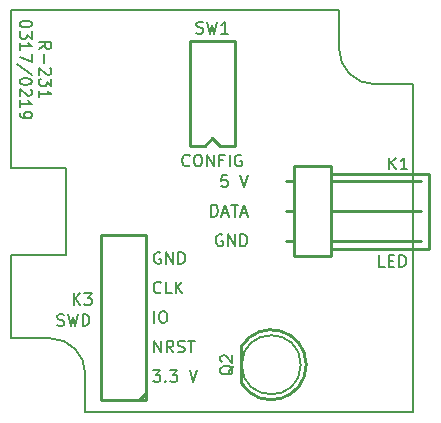
<source format=gto>
G04 #@! TF.GenerationSoftware,KiCad,Pcbnew,5.0.1*
G04 #@! TF.CreationDate,2019-01-10T18:43:16+01:00*
G04 #@! TF.ProjectId,arachnorepel,61726163686E6F726570656C2E6B6963,rev?*
G04 #@! TF.SameCoordinates,Original*
G04 #@! TF.FileFunction,Legend,Top*
G04 #@! TF.FilePolarity,Positive*
%FSLAX46Y46*%
G04 Gerber Fmt 4.6, Leading zero omitted, Abs format (unit mm)*
G04 Created by KiCad (PCBNEW 5.0.1) date Do 10 Jan 2019 18:43:16 CET*
%MOMM*%
%LPD*%
G01*
G04 APERTURE LIST*
%ADD10C,0.160000*%
%ADD11C,0.150000*%
%ADD12C,0.250000*%
G04 #@! TA.AperFunction,NonConductor*
%ADD13C,0.150000*%
G04 #@! TD*
%ADD14C,0.200660*%
G04 APERTURE END LIST*
D10*
X85377619Y-86261904D02*
X85853809Y-85928571D01*
X85377619Y-85690476D02*
X86377619Y-85690476D01*
X86377619Y-86071428D01*
X86330000Y-86166666D01*
X86282380Y-86214285D01*
X86187142Y-86261904D01*
X86044285Y-86261904D01*
X85949047Y-86214285D01*
X85901428Y-86166666D01*
X85853809Y-86071428D01*
X85853809Y-85690476D01*
X85758571Y-86690476D02*
X85758571Y-87452380D01*
X86282380Y-87880952D02*
X86330000Y-87928571D01*
X86377619Y-88023809D01*
X86377619Y-88261904D01*
X86330000Y-88357142D01*
X86282380Y-88404761D01*
X86187142Y-88452380D01*
X86091904Y-88452380D01*
X85949047Y-88404761D01*
X85377619Y-87833333D01*
X85377619Y-88452380D01*
X86377619Y-88785714D02*
X86377619Y-89404761D01*
X85996666Y-89071428D01*
X85996666Y-89214285D01*
X85949047Y-89309523D01*
X85901428Y-89357142D01*
X85806190Y-89404761D01*
X85568095Y-89404761D01*
X85472857Y-89357142D01*
X85425238Y-89309523D01*
X85377619Y-89214285D01*
X85377619Y-88928571D01*
X85425238Y-88833333D01*
X85472857Y-88785714D01*
X85377619Y-90357142D02*
X85377619Y-89785714D01*
X85377619Y-90071428D02*
X86377619Y-90071428D01*
X86234761Y-89976190D01*
X86139523Y-89880952D01*
X86091904Y-89785714D01*
X84717619Y-84095238D02*
X84717619Y-84190476D01*
X84670000Y-84285714D01*
X84622380Y-84333333D01*
X84527142Y-84380952D01*
X84336666Y-84428571D01*
X84098571Y-84428571D01*
X83908095Y-84380952D01*
X83812857Y-84333333D01*
X83765238Y-84285714D01*
X83717619Y-84190476D01*
X83717619Y-84095238D01*
X83765238Y-84000000D01*
X83812857Y-83952380D01*
X83908095Y-83904761D01*
X84098571Y-83857142D01*
X84336666Y-83857142D01*
X84527142Y-83904761D01*
X84622380Y-83952380D01*
X84670000Y-84000000D01*
X84717619Y-84095238D01*
X84717619Y-84761904D02*
X84717619Y-85380952D01*
X84336666Y-85047619D01*
X84336666Y-85190476D01*
X84289047Y-85285714D01*
X84241428Y-85333333D01*
X84146190Y-85380952D01*
X83908095Y-85380952D01*
X83812857Y-85333333D01*
X83765238Y-85285714D01*
X83717619Y-85190476D01*
X83717619Y-84904761D01*
X83765238Y-84809523D01*
X83812857Y-84761904D01*
X83717619Y-86333333D02*
X83717619Y-85761904D01*
X83717619Y-86047619D02*
X84717619Y-86047619D01*
X84574761Y-85952380D01*
X84479523Y-85857142D01*
X84431904Y-85761904D01*
X84717619Y-86666666D02*
X84717619Y-87333333D01*
X83717619Y-86904761D01*
X84765238Y-88428571D02*
X83479523Y-87571428D01*
X84717619Y-88952380D02*
X84717619Y-89047619D01*
X84670000Y-89142857D01*
X84622380Y-89190476D01*
X84527142Y-89238095D01*
X84336666Y-89285714D01*
X84098571Y-89285714D01*
X83908095Y-89238095D01*
X83812857Y-89190476D01*
X83765238Y-89142857D01*
X83717619Y-89047619D01*
X83717619Y-88952380D01*
X83765238Y-88857142D01*
X83812857Y-88809523D01*
X83908095Y-88761904D01*
X84098571Y-88714285D01*
X84336666Y-88714285D01*
X84527142Y-88761904D01*
X84622380Y-88809523D01*
X84670000Y-88857142D01*
X84717619Y-88952380D01*
X84622380Y-89666666D02*
X84670000Y-89714285D01*
X84717619Y-89809523D01*
X84717619Y-90047619D01*
X84670000Y-90142857D01*
X84622380Y-90190476D01*
X84527142Y-90238095D01*
X84431904Y-90238095D01*
X84289047Y-90190476D01*
X83717619Y-89619047D01*
X83717619Y-90238095D01*
X83717619Y-91190476D02*
X83717619Y-90619047D01*
X83717619Y-90904761D02*
X84717619Y-90904761D01*
X84574761Y-90809523D01*
X84479523Y-90714285D01*
X84431904Y-90619047D01*
X83717619Y-91666666D02*
X83717619Y-91857142D01*
X83765238Y-91952380D01*
X83812857Y-92000000D01*
X83955714Y-92095238D01*
X84146190Y-92142857D01*
X84527142Y-92142857D01*
X84622380Y-92095238D01*
X84670000Y-92047619D01*
X84717619Y-91952380D01*
X84717619Y-91761904D01*
X84670000Y-91666666D01*
X84622380Y-91619047D01*
X84527142Y-91571428D01*
X84289047Y-91571428D01*
X84193809Y-91619047D01*
X84146190Y-91666666D01*
X84098571Y-91761904D01*
X84098571Y-91952380D01*
X84146190Y-92047619D01*
X84193809Y-92095238D01*
X84289047Y-92142857D01*
D11*
X100866785Y-102000000D02*
X100771547Y-101952380D01*
X100628690Y-101952380D01*
X100485833Y-102000000D01*
X100390595Y-102095238D01*
X100342976Y-102190476D01*
X100295357Y-102380952D01*
X100295357Y-102523809D01*
X100342976Y-102714285D01*
X100390595Y-102809523D01*
X100485833Y-102904761D01*
X100628690Y-102952380D01*
X100723928Y-102952380D01*
X100866785Y-102904761D01*
X100914404Y-102857142D01*
X100914404Y-102523809D01*
X100723928Y-102523809D01*
X101342976Y-102952380D02*
X101342976Y-101952380D01*
X101914404Y-102952380D01*
X101914404Y-101952380D01*
X102390595Y-102952380D02*
X102390595Y-101952380D01*
X102628690Y-101952380D01*
X102771547Y-102000000D01*
X102866785Y-102095238D01*
X102914404Y-102190476D01*
X102962023Y-102380952D01*
X102962023Y-102523809D01*
X102914404Y-102714285D01*
X102866785Y-102809523D01*
X102771547Y-102904761D01*
X102628690Y-102952380D01*
X102390595Y-102952380D01*
X99914404Y-100452380D02*
X99914404Y-99452380D01*
X100152500Y-99452380D01*
X100295357Y-99500000D01*
X100390595Y-99595238D01*
X100438214Y-99690476D01*
X100485833Y-99880952D01*
X100485833Y-100023809D01*
X100438214Y-100214285D01*
X100390595Y-100309523D01*
X100295357Y-100404761D01*
X100152500Y-100452380D01*
X99914404Y-100452380D01*
X100866785Y-100166666D02*
X101342976Y-100166666D01*
X100771547Y-100452380D02*
X101104880Y-99452380D01*
X101438214Y-100452380D01*
X101628690Y-99452380D02*
X102200119Y-99452380D01*
X101914404Y-100452380D02*
X101914404Y-99452380D01*
X102485833Y-100166666D02*
X102962023Y-100166666D01*
X102390595Y-100452380D02*
X102723928Y-99452380D01*
X103057261Y-100452380D01*
X101295357Y-96952380D02*
X100819166Y-96952380D01*
X100771547Y-97428571D01*
X100819166Y-97380952D01*
X100914404Y-97333333D01*
X101152500Y-97333333D01*
X101247738Y-97380952D01*
X101295357Y-97428571D01*
X101342976Y-97523809D01*
X101342976Y-97761904D01*
X101295357Y-97857142D01*
X101247738Y-97904761D01*
X101152500Y-97952380D01*
X100914404Y-97952380D01*
X100819166Y-97904761D01*
X100771547Y-97857142D01*
X102390595Y-96952380D02*
X102723928Y-97952380D01*
X103057261Y-96952380D01*
X94990357Y-113452380D02*
X95609404Y-113452380D01*
X95276071Y-113833333D01*
X95418928Y-113833333D01*
X95514166Y-113880952D01*
X95561785Y-113928571D01*
X95609404Y-114023809D01*
X95609404Y-114261904D01*
X95561785Y-114357142D01*
X95514166Y-114404761D01*
X95418928Y-114452380D01*
X95133214Y-114452380D01*
X95037976Y-114404761D01*
X94990357Y-114357142D01*
X96037976Y-114357142D02*
X96085595Y-114404761D01*
X96037976Y-114452380D01*
X95990357Y-114404761D01*
X96037976Y-114357142D01*
X96037976Y-114452380D01*
X96418928Y-113452380D02*
X97037976Y-113452380D01*
X96704642Y-113833333D01*
X96847500Y-113833333D01*
X96942738Y-113880952D01*
X96990357Y-113928571D01*
X97037976Y-114023809D01*
X97037976Y-114261904D01*
X96990357Y-114357142D01*
X96942738Y-114404761D01*
X96847500Y-114452380D01*
X96561785Y-114452380D01*
X96466547Y-114404761D01*
X96418928Y-114357142D01*
X98085595Y-113452380D02*
X98418928Y-114452380D01*
X98752261Y-113452380D01*
X95085595Y-111952380D02*
X95085595Y-110952380D01*
X95657023Y-111952380D01*
X95657023Y-110952380D01*
X96704642Y-111952380D02*
X96371309Y-111476190D01*
X96133214Y-111952380D02*
X96133214Y-110952380D01*
X96514166Y-110952380D01*
X96609404Y-111000000D01*
X96657023Y-111047619D01*
X96704642Y-111142857D01*
X96704642Y-111285714D01*
X96657023Y-111380952D01*
X96609404Y-111428571D01*
X96514166Y-111476190D01*
X96133214Y-111476190D01*
X97085595Y-111904761D02*
X97228452Y-111952380D01*
X97466547Y-111952380D01*
X97561785Y-111904761D01*
X97609404Y-111857142D01*
X97657023Y-111761904D01*
X97657023Y-111666666D01*
X97609404Y-111571428D01*
X97561785Y-111523809D01*
X97466547Y-111476190D01*
X97276071Y-111428571D01*
X97180833Y-111380952D01*
X97133214Y-111333333D01*
X97085595Y-111238095D01*
X97085595Y-111142857D01*
X97133214Y-111047619D01*
X97180833Y-111000000D01*
X97276071Y-110952380D01*
X97514166Y-110952380D01*
X97657023Y-111000000D01*
X97942738Y-110952380D02*
X98514166Y-110952380D01*
X98228452Y-111952380D02*
X98228452Y-110952380D01*
X95085595Y-109452380D02*
X95085595Y-108452380D01*
X95752261Y-108452380D02*
X95942738Y-108452380D01*
X96037976Y-108500000D01*
X96133214Y-108595238D01*
X96180833Y-108785714D01*
X96180833Y-109119047D01*
X96133214Y-109309523D01*
X96037976Y-109404761D01*
X95942738Y-109452380D01*
X95752261Y-109452380D01*
X95657023Y-109404761D01*
X95561785Y-109309523D01*
X95514166Y-109119047D01*
X95514166Y-108785714D01*
X95561785Y-108595238D01*
X95657023Y-108500000D01*
X95752261Y-108452380D01*
X95657023Y-106857142D02*
X95609404Y-106904761D01*
X95466547Y-106952380D01*
X95371309Y-106952380D01*
X95228452Y-106904761D01*
X95133214Y-106809523D01*
X95085595Y-106714285D01*
X95037976Y-106523809D01*
X95037976Y-106380952D01*
X95085595Y-106190476D01*
X95133214Y-106095238D01*
X95228452Y-106000000D01*
X95371309Y-105952380D01*
X95466547Y-105952380D01*
X95609404Y-106000000D01*
X95657023Y-106047619D01*
X96561785Y-106952380D02*
X96085595Y-106952380D01*
X96085595Y-105952380D01*
X96895119Y-106952380D02*
X96895119Y-105952380D01*
X97466547Y-106952380D02*
X97037976Y-106380952D01*
X97466547Y-105952380D02*
X96895119Y-106523809D01*
X95609404Y-103500000D02*
X95514166Y-103452380D01*
X95371309Y-103452380D01*
X95228452Y-103500000D01*
X95133214Y-103595238D01*
X95085595Y-103690476D01*
X95037976Y-103880952D01*
X95037976Y-104023809D01*
X95085595Y-104214285D01*
X95133214Y-104309523D01*
X95228452Y-104404761D01*
X95371309Y-104452380D01*
X95466547Y-104452380D01*
X95609404Y-104404761D01*
X95657023Y-104357142D01*
X95657023Y-104023809D01*
X95466547Y-104023809D01*
X96085595Y-104452380D02*
X96085595Y-103452380D01*
X96657023Y-104452380D01*
X96657023Y-103452380D01*
X97133214Y-104452380D02*
X97133214Y-103452380D01*
X97371309Y-103452380D01*
X97514166Y-103500000D01*
X97609404Y-103595238D01*
X97657023Y-103690476D01*
X97704642Y-103880952D01*
X97704642Y-104023809D01*
X97657023Y-104214285D01*
X97609404Y-104309523D01*
X97514166Y-104404761D01*
X97371309Y-104452380D01*
X97133214Y-104452380D01*
X83000000Y-110750000D02*
X83000000Y-103700000D01*
X110750000Y-86250000D02*
G75*
G03X113750000Y-89250000I3000000J0D01*
G01*
X89250000Y-113750000D02*
G75*
G03X86250000Y-110750000I-3000000J0D01*
G01*
X89250000Y-113750000D02*
X89250000Y-117000000D01*
X83000000Y-110750000D02*
X86250000Y-110750000D01*
X110750000Y-86250000D02*
X110750000Y-83000000D01*
X117000000Y-89250000D02*
X113750000Y-89250000D01*
X83000000Y-96300000D02*
X83000000Y-83000000D01*
X117000000Y-117000000D02*
X89250000Y-117000000D01*
X117000000Y-89250000D02*
X117000000Y-117000000D01*
X83000000Y-83000000D02*
X110750000Y-83000000D01*
D12*
G04 #@! TO.C,K1*
X106905000Y-96190000D02*
X110080000Y-96190000D01*
X106905000Y-103810000D02*
X110080000Y-103810000D01*
X106270000Y-97460000D02*
X106905000Y-97460000D01*
X106270000Y-100000000D02*
X106905000Y-100000000D01*
X110080000Y-97460000D02*
X117700000Y-97460000D01*
X110080000Y-100000000D02*
X117700000Y-100000000D01*
X118335000Y-96825000D02*
X110080000Y-96825000D01*
X118335000Y-103175000D02*
X110080000Y-103175000D01*
X110080000Y-96190000D02*
X110080000Y-103810000D01*
X106905000Y-96190000D02*
X106905000Y-103810000D01*
X106905000Y-102540000D02*
X106270000Y-102540000D01*
X110080000Y-102540000D02*
X117700000Y-102540000D01*
X118335000Y-102540000D02*
X118335000Y-103175000D01*
X118335000Y-96825000D02*
X118335000Y-102540000D01*
G04 #@! TO.C,K3*
X90595000Y-115985000D02*
X90595000Y-102015000D01*
X94405000Y-115985000D02*
X94405000Y-102015000D01*
X93770000Y-115985000D02*
X94405000Y-115350000D01*
X90595000Y-102015000D02*
X94405000Y-102015000D01*
X90595000Y-115985000D02*
X94405000Y-115985000D01*
D13*
G04 #@! TO.C,K2*
X87600000Y-103700000D02*
X83000000Y-103700000D01*
X87600000Y-96300000D02*
X87600000Y-103700000D01*
X83000000Y-96300000D02*
X87600000Y-96300000D01*
D12*
G04 #@! TO.C,SW1*
X100000000Y-93810000D02*
X100635000Y-94445000D01*
X99365000Y-94445000D02*
X100000000Y-93810000D01*
X101905000Y-94445000D02*
X100635000Y-94445000D01*
X99365000Y-94445000D02*
X98095000Y-94445000D01*
X101905000Y-85555000D02*
X98095000Y-85555000D01*
X101905000Y-94445000D02*
X101905000Y-85555000D01*
X98095000Y-94445000D02*
X98095000Y-85555000D01*
D14*
G04 #@! TO.C,Q2*
X107499360Y-113000000D02*
G75*
G03X107499360Y-113000000I-2499360J0D01*
G01*
D12*
X102460000Y-111476000D02*
X102460000Y-114524000D01*
X102488970Y-114571275D02*
G75*
G03X102460000Y-111476000I2511030J1571275D01*
G01*
G04 #@! TD*
G04 #@! TO.C,K1*
D11*
X115011904Y-96452380D02*
X115011904Y-95452380D01*
X115583333Y-96452380D02*
X115154761Y-95880952D01*
X115583333Y-95452380D02*
X115011904Y-96023809D01*
X116535714Y-96452380D02*
X115964285Y-96452380D01*
X116250000Y-96452380D02*
X116250000Y-95452380D01*
X116154761Y-95595238D01*
X116059523Y-95690476D01*
X115964285Y-95738095D01*
X114607142Y-104702380D02*
X114130952Y-104702380D01*
X114130952Y-103702380D01*
X114940476Y-104178571D02*
X115273809Y-104178571D01*
X115416666Y-104702380D02*
X114940476Y-104702380D01*
X114940476Y-103702380D01*
X115416666Y-103702380D01*
X115845238Y-104702380D02*
X115845238Y-103702380D01*
X116083333Y-103702380D01*
X116226190Y-103750000D01*
X116321428Y-103845238D01*
X116369047Y-103940476D01*
X116416666Y-104130952D01*
X116416666Y-104273809D01*
X116369047Y-104464285D01*
X116321428Y-104559523D01*
X116226190Y-104654761D01*
X116083333Y-104702380D01*
X115845238Y-104702380D01*
G04 #@! TO.C,K3*
X88261904Y-107952380D02*
X88261904Y-106952380D01*
X88833333Y-107952380D02*
X88404761Y-107380952D01*
X88833333Y-106952380D02*
X88261904Y-107523809D01*
X89166666Y-106952380D02*
X89785714Y-106952380D01*
X89452380Y-107333333D01*
X89595238Y-107333333D01*
X89690476Y-107380952D01*
X89738095Y-107428571D01*
X89785714Y-107523809D01*
X89785714Y-107761904D01*
X89738095Y-107857142D01*
X89690476Y-107904761D01*
X89595238Y-107952380D01*
X89309523Y-107952380D01*
X89214285Y-107904761D01*
X89166666Y-107857142D01*
X86892857Y-109654761D02*
X87035714Y-109702380D01*
X87273809Y-109702380D01*
X87369047Y-109654761D01*
X87416666Y-109607142D01*
X87464285Y-109511904D01*
X87464285Y-109416666D01*
X87416666Y-109321428D01*
X87369047Y-109273809D01*
X87273809Y-109226190D01*
X87083333Y-109178571D01*
X86988095Y-109130952D01*
X86940476Y-109083333D01*
X86892857Y-108988095D01*
X86892857Y-108892857D01*
X86940476Y-108797619D01*
X86988095Y-108750000D01*
X87083333Y-108702380D01*
X87321428Y-108702380D01*
X87464285Y-108750000D01*
X87797619Y-108702380D02*
X88035714Y-109702380D01*
X88226190Y-108988095D01*
X88416666Y-109702380D01*
X88654761Y-108702380D01*
X89035714Y-109702380D02*
X89035714Y-108702380D01*
X89273809Y-108702380D01*
X89416666Y-108750000D01*
X89511904Y-108845238D01*
X89559523Y-108940476D01*
X89607142Y-109130952D01*
X89607142Y-109273809D01*
X89559523Y-109464285D01*
X89511904Y-109559523D01*
X89416666Y-109654761D01*
X89273809Y-109702380D01*
X89035714Y-109702380D01*
G04 #@! TO.C,SW1*
X98666666Y-84904761D02*
X98809523Y-84952380D01*
X99047619Y-84952380D01*
X99142857Y-84904761D01*
X99190476Y-84857142D01*
X99238095Y-84761904D01*
X99238095Y-84666666D01*
X99190476Y-84571428D01*
X99142857Y-84523809D01*
X99047619Y-84476190D01*
X98857142Y-84428571D01*
X98761904Y-84380952D01*
X98714285Y-84333333D01*
X98666666Y-84238095D01*
X98666666Y-84142857D01*
X98714285Y-84047619D01*
X98761904Y-84000000D01*
X98857142Y-83952380D01*
X99095238Y-83952380D01*
X99238095Y-84000000D01*
X99571428Y-83952380D02*
X99809523Y-84952380D01*
X100000000Y-84238095D01*
X100190476Y-84952380D01*
X100428571Y-83952380D01*
X101333333Y-84952380D02*
X100761904Y-84952380D01*
X101047619Y-84952380D02*
X101047619Y-83952380D01*
X100952380Y-84095238D01*
X100857142Y-84190476D01*
X100761904Y-84238095D01*
X98095238Y-96107142D02*
X98047619Y-96154761D01*
X97904761Y-96202380D01*
X97809523Y-96202380D01*
X97666666Y-96154761D01*
X97571428Y-96059523D01*
X97523809Y-95964285D01*
X97476190Y-95773809D01*
X97476190Y-95630952D01*
X97523809Y-95440476D01*
X97571428Y-95345238D01*
X97666666Y-95250000D01*
X97809523Y-95202380D01*
X97904761Y-95202380D01*
X98047619Y-95250000D01*
X98095238Y-95297619D01*
X98714285Y-95202380D02*
X98904761Y-95202380D01*
X99000000Y-95250000D01*
X99095238Y-95345238D01*
X99142857Y-95535714D01*
X99142857Y-95869047D01*
X99095238Y-96059523D01*
X99000000Y-96154761D01*
X98904761Y-96202380D01*
X98714285Y-96202380D01*
X98619047Y-96154761D01*
X98523809Y-96059523D01*
X98476190Y-95869047D01*
X98476190Y-95535714D01*
X98523809Y-95345238D01*
X98619047Y-95250000D01*
X98714285Y-95202380D01*
X99571428Y-96202380D02*
X99571428Y-95202380D01*
X100142857Y-96202380D01*
X100142857Y-95202380D01*
X100952380Y-95678571D02*
X100619047Y-95678571D01*
X100619047Y-96202380D02*
X100619047Y-95202380D01*
X101095238Y-95202380D01*
X101476190Y-96202380D02*
X101476190Y-95202380D01*
X102476190Y-95250000D02*
X102380952Y-95202380D01*
X102238095Y-95202380D01*
X102095238Y-95250000D01*
X102000000Y-95345238D01*
X101952380Y-95440476D01*
X101904761Y-95630952D01*
X101904761Y-95773809D01*
X101952380Y-95964285D01*
X102000000Y-96059523D01*
X102095238Y-96154761D01*
X102238095Y-96202380D01*
X102333333Y-96202380D01*
X102476190Y-96154761D01*
X102523809Y-96107142D01*
X102523809Y-95773809D01*
X102333333Y-95773809D01*
G04 #@! TO.C,Q2*
X101797619Y-113095238D02*
X101750000Y-113190476D01*
X101654761Y-113285714D01*
X101511904Y-113428571D01*
X101464285Y-113523809D01*
X101464285Y-113619047D01*
X101702380Y-113571428D02*
X101654761Y-113666666D01*
X101559523Y-113761904D01*
X101369047Y-113809523D01*
X101035714Y-113809523D01*
X100845238Y-113761904D01*
X100750000Y-113666666D01*
X100702380Y-113571428D01*
X100702380Y-113380952D01*
X100750000Y-113285714D01*
X100845238Y-113190476D01*
X101035714Y-113142857D01*
X101369047Y-113142857D01*
X101559523Y-113190476D01*
X101654761Y-113285714D01*
X101702380Y-113380952D01*
X101702380Y-113571428D01*
X100797619Y-112761904D02*
X100750000Y-112714285D01*
X100702380Y-112619047D01*
X100702380Y-112380952D01*
X100750000Y-112285714D01*
X100797619Y-112238095D01*
X100892857Y-112190476D01*
X100988095Y-112190476D01*
X101130952Y-112238095D01*
X101702380Y-112809523D01*
X101702380Y-112190476D01*
G04 #@! TD*
M02*

</source>
